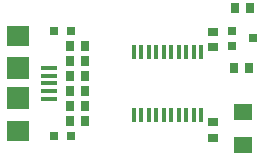
<source format=gbr>
G04 EAGLE Gerber RS-274X export*
G75*
%MOMM*%
%FSLAX34Y34*%
%LPD*%
%INSolderpaste Top*%
%IPPOS*%
%AMOC8*
5,1,8,0,0,1.08239X$1,22.5*%
G01*
%ADD10R,0.381000X1.143000*%
%ADD11R,0.900000X0.700000*%
%ADD12R,0.700000X0.900000*%
%ADD13R,1.400000X0.350000*%
%ADD14R,1.900000X1.800000*%
%ADD15R,1.900000X1.900000*%
%ADD16R,1.600000X1.400000*%
%ADD17R,0.800000X0.800000*%
%ADD18R,0.700000X0.700000*%


D10*
X136525Y102997D03*
X142875Y102997D03*
X149225Y102997D03*
X155575Y102997D03*
X161925Y102997D03*
X168275Y102997D03*
X130175Y102997D03*
X123825Y102997D03*
X117475Y102997D03*
X111125Y102997D03*
X142875Y49403D03*
X136525Y49403D03*
X130175Y49403D03*
X123825Y49403D03*
X117475Y49403D03*
X111125Y49403D03*
X149225Y49403D03*
X155575Y49403D03*
X161925Y49403D03*
X168275Y49403D03*
D11*
X177800Y43330D03*
X177800Y30330D03*
D12*
X57000Y57150D03*
X70000Y57150D03*
X57000Y95250D03*
X70000Y95250D03*
X57000Y82550D03*
X70000Y82550D03*
X70000Y69850D03*
X57000Y69850D03*
D13*
X39200Y89200D03*
X39200Y63200D03*
X39200Y82700D03*
X39200Y76200D03*
X39200Y69700D03*
D14*
X12700Y116200D03*
X12700Y36200D03*
D15*
X12700Y88900D03*
X12700Y63500D03*
D11*
X177800Y120038D03*
X177800Y107038D03*
D16*
X203200Y24100D03*
X203200Y52100D03*
D17*
X58300Y31750D03*
X43300Y31750D03*
X58300Y120650D03*
X43300Y120650D03*
D12*
X57000Y107950D03*
X70000Y107950D03*
X57000Y44450D03*
X70000Y44450D03*
D18*
X193950Y120800D03*
X193950Y107800D03*
X212450Y114300D03*
D12*
X195684Y88900D03*
X208684Y88900D03*
X209700Y139700D03*
X196700Y139700D03*
M02*

</source>
